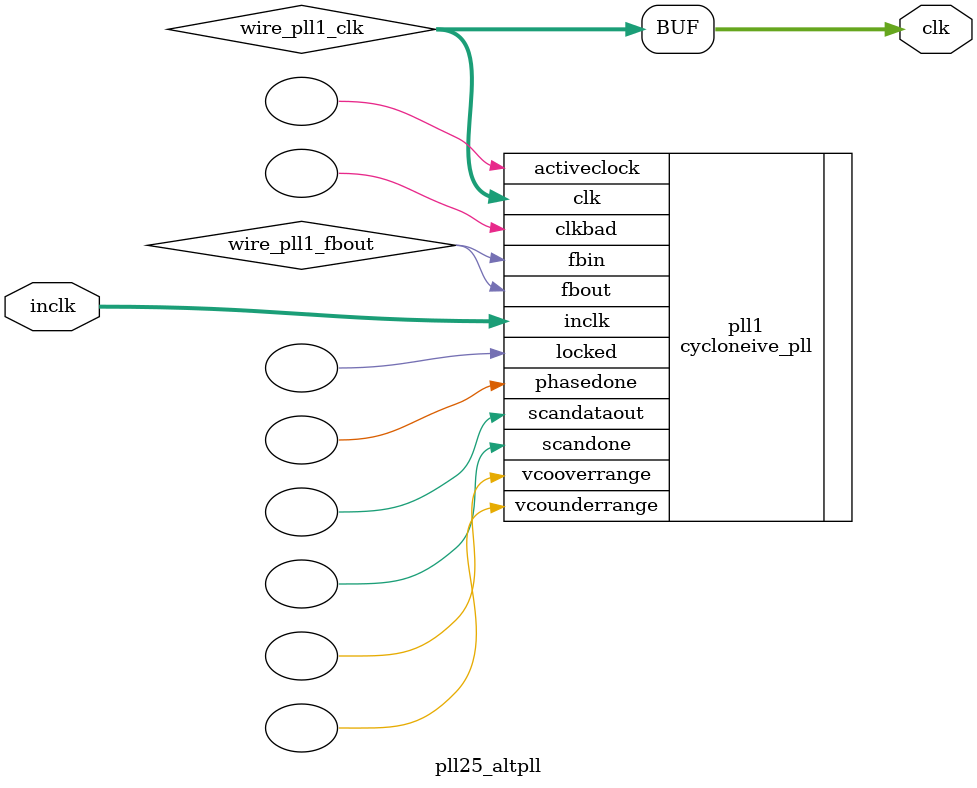
<source format=v>






//synthesis_resources = cycloneive_pll 1 
//synopsys translate_off
`timescale 1 ps / 1 ps
//synopsys translate_on
module  pll25_altpll
	( 
	clk,
	inclk) /* synthesis synthesis_clearbox=1 */;
	output   [4:0]  clk;
	input   [1:0]  inclk;
`ifndef ALTERA_RESERVED_QIS
// synopsys translate_off
`endif
	tri0   [1:0]  inclk;
`ifndef ALTERA_RESERVED_QIS
// synopsys translate_on
`endif

	wire  [4:0]   wire_pll1_clk;
	wire  wire_pll1_fbout;

	cycloneive_pll   pll1
	( 
	.activeclock(),
	.clk(wire_pll1_clk),
	.clkbad(),
	.fbin(wire_pll1_fbout),
	.fbout(wire_pll1_fbout),
	.inclk(inclk),
	.locked(),
	.phasedone(),
	.scandataout(),
	.scandone(),
	.vcooverrange(),
	.vcounderrange()
	`ifndef FORMAL_VERIFICATION
	// synopsys translate_off
	`endif
	,
	.areset(1'b0),
	.clkswitch(1'b0),
	.configupdate(1'b0),
	.pfdena(1'b1),
	.phasecounterselect({3{1'b0}}),
	.phasestep(1'b0),
	.phaseupdown(1'b0),
	.scanclk(1'b0),
	.scanclkena(1'b1),
	.scandata(1'b0)
	`ifndef FORMAL_VERIFICATION
	// synopsys translate_on
	`endif
	);
	defparam
		pll1.bandwidth_type = "auto",
		pll1.clk0_divide_by = 2,
		pll1.clk0_duty_cycle = 50,
		pll1.clk0_multiply_by = 1,
		pll1.clk0_phase_shift = "0",
		pll1.compensate_clock = "clk0",
		pll1.inclk0_input_frequency = 20000,
		pll1.operation_mode = "normal",
		pll1.pll_type = "auto",
		pll1.lpm_type = "cycloneive_pll";
	assign
		clk = {wire_pll1_clk[4:0]};
endmodule //pll25_altpll
//VALID FILE

</source>
